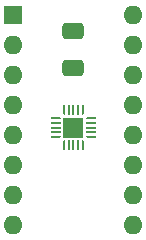
<source format=gbr>
%TF.GenerationSoftware,KiCad,Pcbnew,8.0.3*%
%TF.CreationDate,2024-10-02T14:15:05+10:00*%
%TF.ProjectId,attiny16-breakout,61747469-6e79-4313-962d-627265616b6f,rev?*%
%TF.SameCoordinates,Original*%
%TF.FileFunction,Soldermask,Top*%
%TF.FilePolarity,Negative*%
%FSLAX46Y46*%
G04 Gerber Fmt 4.6, Leading zero omitted, Abs format (unit mm)*
G04 Created by KiCad (PCBNEW 8.0.3) date 2024-10-02 14:15:05*
%MOMM*%
%LPD*%
G01*
G04 APERTURE LIST*
G04 Aperture macros list*
%AMRoundRect*
0 Rectangle with rounded corners*
0 $1 Rounding radius*
0 $2 $3 $4 $5 $6 $7 $8 $9 X,Y pos of 4 corners*
0 Add a 4 corners polygon primitive as box body*
4,1,4,$2,$3,$4,$5,$6,$7,$8,$9,$2,$3,0*
0 Add four circle primitives for the rounded corners*
1,1,$1+$1,$2,$3*
1,1,$1+$1,$4,$5*
1,1,$1+$1,$6,$7*
1,1,$1+$1,$8,$9*
0 Add four rect primitives between the rounded corners*
20,1,$1+$1,$2,$3,$4,$5,0*
20,1,$1+$1,$4,$5,$6,$7,0*
20,1,$1+$1,$6,$7,$8,$9,0*
20,1,$1+$1,$8,$9,$2,$3,0*%
%AMFreePoly0*
4,1,14,0.334644,0.085355,0.385355,0.034644,0.400000,-0.000711,0.400000,-0.050000,0.385355,-0.085355,0.350000,-0.100000,-0.350000,-0.100000,-0.385355,-0.085355,-0.400000,-0.050000,-0.400000,0.050000,-0.385355,0.085355,-0.350000,0.100000,0.299289,0.100000,0.334644,0.085355,0.334644,0.085355,$1*%
%AMFreePoly1*
4,1,14,0.385355,0.085355,0.400000,0.050000,0.400000,0.000711,0.385355,-0.034644,0.334644,-0.085355,0.299289,-0.100000,-0.350000,-0.100000,-0.385355,-0.085355,-0.400000,-0.050000,-0.400000,0.050000,-0.385355,0.085355,-0.350000,0.100000,0.350000,0.100000,0.385355,0.085355,0.385355,0.085355,$1*%
%AMFreePoly2*
4,1,14,0.085355,0.385355,0.100000,0.350000,0.100000,-0.350000,0.085355,-0.385355,0.050000,-0.400000,-0.050000,-0.400000,-0.085355,-0.385355,-0.100000,-0.350000,-0.100000,0.299289,-0.085355,0.334644,-0.034644,0.385355,0.000711,0.400000,0.050000,0.400000,0.085355,0.385355,0.085355,0.385355,$1*%
%AMFreePoly3*
4,1,14,0.034644,0.385355,0.085355,0.334644,0.100000,0.299289,0.100000,-0.350000,0.085355,-0.385355,0.050000,-0.400000,-0.050000,-0.400000,-0.085355,-0.385355,-0.100000,-0.350000,-0.100000,0.350000,-0.085355,0.385355,-0.050000,0.400000,-0.000711,0.400000,0.034644,0.385355,0.034644,0.385355,$1*%
%AMFreePoly4*
4,1,14,0.385355,0.085355,0.400000,0.050000,0.400000,-0.050000,0.385355,-0.085355,0.350000,-0.100000,-0.299289,-0.100000,-0.334644,-0.085355,-0.385355,-0.034644,-0.400000,0.000711,-0.400000,0.050000,-0.385355,0.085355,-0.350000,0.100000,0.350000,0.100000,0.385355,0.085355,0.385355,0.085355,$1*%
%AMFreePoly5*
4,1,14,0.385355,0.085355,0.400000,0.050000,0.400000,-0.050000,0.385355,-0.085355,0.350000,-0.100000,-0.350000,-0.100000,-0.385355,-0.085355,-0.400000,-0.050000,-0.400000,-0.000711,-0.385355,0.034644,-0.334644,0.085355,-0.299289,0.100000,0.350000,0.100000,0.385355,0.085355,0.385355,0.085355,$1*%
%AMFreePoly6*
4,1,14,0.085355,0.385355,0.100000,0.350000,0.100000,-0.299289,0.085355,-0.334644,0.034644,-0.385355,-0.000711,-0.400000,-0.050000,-0.400000,-0.085355,-0.385355,-0.100000,-0.350000,-0.100000,0.350000,-0.085355,0.385355,-0.050000,0.400000,0.050000,0.400000,0.085355,0.385355,0.085355,0.385355,$1*%
%AMFreePoly7*
4,1,14,0.085355,0.385355,0.100000,0.350000,0.100000,-0.350000,0.085355,-0.385355,0.050000,-0.400000,0.000711,-0.400000,-0.034644,-0.385355,-0.085355,-0.334644,-0.100000,-0.299289,-0.100000,0.350000,-0.085355,0.385355,-0.050000,0.400000,0.050000,0.400000,0.085355,0.385355,0.085355,0.385355,$1*%
G04 Aperture macros list end*
%ADD10RoundRect,0.250000X0.650000X-0.412500X0.650000X0.412500X-0.650000X0.412500X-0.650000X-0.412500X0*%
%ADD11FreePoly0,0.000000*%
%ADD12RoundRect,0.050000X-0.350000X-0.050000X0.350000X-0.050000X0.350000X0.050000X-0.350000X0.050000X0*%
%ADD13FreePoly1,0.000000*%
%ADD14FreePoly2,0.000000*%
%ADD15RoundRect,0.050000X-0.050000X-0.350000X0.050000X-0.350000X0.050000X0.350000X-0.050000X0.350000X0*%
%ADD16FreePoly3,0.000000*%
%ADD17FreePoly4,0.000000*%
%ADD18FreePoly5,0.000000*%
%ADD19FreePoly6,0.000000*%
%ADD20FreePoly7,0.000000*%
%ADD21R,1.700000X1.700000*%
%ADD22R,1.600000X1.600000*%
%ADD23O,1.600000X1.600000*%
G04 APERTURE END LIST*
D10*
%TO.C,C1*%
X151000000Y-95462500D03*
X151000000Y-92337500D03*
%TD*%
D11*
%TO.C,U1*%
X149550000Y-99750000D03*
D12*
X149550000Y-100150000D03*
X149550000Y-100550000D03*
X149550000Y-100950000D03*
D13*
X149550000Y-101350000D03*
D14*
X150200000Y-102000000D03*
D15*
X150600000Y-102000000D03*
X151000000Y-102000000D03*
X151400000Y-102000000D03*
D16*
X151800000Y-102000000D03*
D17*
X152450000Y-101350000D03*
D12*
X152450000Y-100950000D03*
X152450000Y-100550000D03*
X152450000Y-100150000D03*
D18*
X152450000Y-99750000D03*
D19*
X151800000Y-99100000D03*
D15*
X151400000Y-99100000D03*
X151000000Y-99100000D03*
X150600000Y-99100000D03*
D20*
X150200000Y-99100000D03*
D21*
X151000000Y-100550000D03*
%TD*%
D22*
%TO.C,J1*%
X145880000Y-91000000D03*
D23*
X145880000Y-93540000D03*
X145880000Y-96080000D03*
X145880000Y-98620000D03*
X145880000Y-101160000D03*
X145880000Y-103700000D03*
X145880000Y-106240000D03*
X145880000Y-108780000D03*
X156040000Y-108780000D03*
X156040000Y-106240000D03*
X156040000Y-103700000D03*
X156040000Y-101160000D03*
X156040000Y-98620000D03*
X156040000Y-96080000D03*
X156040000Y-93540000D03*
X156040000Y-91000000D03*
%TD*%
M02*

</source>
